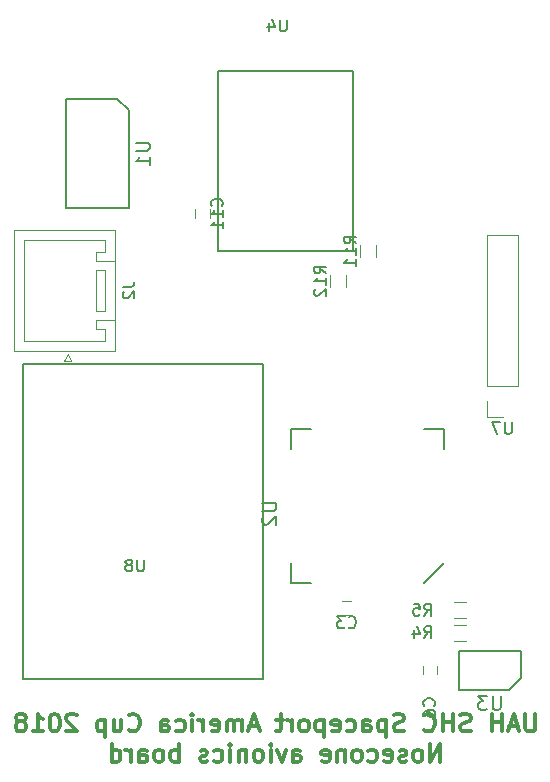
<source format=gbr>
G04 #@! TF.FileFunction,Legend,Bot*
%FSLAX46Y46*%
G04 Gerber Fmt 4.6, Leading zero omitted, Abs format (unit mm)*
G04 Created by KiCad (PCBNEW 4.0.6) date Wed Dec 27 22:05:19 2017*
%MOMM*%
%LPD*%
G01*
G04 APERTURE LIST*
%ADD10C,0.128000*%
%ADD11C,0.300000*%
%ADD12C,0.150000*%
%ADD13C,0.120000*%
G04 APERTURE END LIST*
D10*
D11*
X179317284Y-111568571D02*
X179317284Y-112782857D01*
X179245856Y-112925714D01*
X179174427Y-112997143D01*
X179031570Y-113068571D01*
X178745856Y-113068571D01*
X178602998Y-112997143D01*
X178531570Y-112925714D01*
X178460141Y-112782857D01*
X178460141Y-111568571D01*
X177817284Y-112640000D02*
X177102998Y-112640000D01*
X177960141Y-113068571D02*
X177460141Y-111568571D01*
X176960141Y-113068571D01*
X176460141Y-113068571D02*
X176460141Y-111568571D01*
X176460141Y-112282857D02*
X175602998Y-112282857D01*
X175602998Y-113068571D02*
X175602998Y-111568571D01*
X173817284Y-112997143D02*
X173602998Y-113068571D01*
X173245855Y-113068571D01*
X173102998Y-112997143D01*
X173031569Y-112925714D01*
X172960141Y-112782857D01*
X172960141Y-112640000D01*
X173031569Y-112497143D01*
X173102998Y-112425714D01*
X173245855Y-112354286D01*
X173531569Y-112282857D01*
X173674427Y-112211429D01*
X173745855Y-112140000D01*
X173817284Y-111997143D01*
X173817284Y-111854286D01*
X173745855Y-111711429D01*
X173674427Y-111640000D01*
X173531569Y-111568571D01*
X173174427Y-111568571D01*
X172960141Y-111640000D01*
X172317284Y-113068571D02*
X172317284Y-111568571D01*
X172317284Y-112282857D02*
X171460141Y-112282857D01*
X171460141Y-113068571D02*
X171460141Y-111568571D01*
X169888712Y-112925714D02*
X169960141Y-112997143D01*
X170174427Y-113068571D01*
X170317284Y-113068571D01*
X170531569Y-112997143D01*
X170674427Y-112854286D01*
X170745855Y-112711429D01*
X170817284Y-112425714D01*
X170817284Y-112211429D01*
X170745855Y-111925714D01*
X170674427Y-111782857D01*
X170531569Y-111640000D01*
X170317284Y-111568571D01*
X170174427Y-111568571D01*
X169960141Y-111640000D01*
X169888712Y-111711429D01*
X168174427Y-112997143D02*
X167960141Y-113068571D01*
X167602998Y-113068571D01*
X167460141Y-112997143D01*
X167388712Y-112925714D01*
X167317284Y-112782857D01*
X167317284Y-112640000D01*
X167388712Y-112497143D01*
X167460141Y-112425714D01*
X167602998Y-112354286D01*
X167888712Y-112282857D01*
X168031570Y-112211429D01*
X168102998Y-112140000D01*
X168174427Y-111997143D01*
X168174427Y-111854286D01*
X168102998Y-111711429D01*
X168031570Y-111640000D01*
X167888712Y-111568571D01*
X167531570Y-111568571D01*
X167317284Y-111640000D01*
X166674427Y-112068571D02*
X166674427Y-113568571D01*
X166674427Y-112140000D02*
X166531570Y-112068571D01*
X166245856Y-112068571D01*
X166102999Y-112140000D01*
X166031570Y-112211429D01*
X165960141Y-112354286D01*
X165960141Y-112782857D01*
X166031570Y-112925714D01*
X166102999Y-112997143D01*
X166245856Y-113068571D01*
X166531570Y-113068571D01*
X166674427Y-112997143D01*
X164674427Y-113068571D02*
X164674427Y-112282857D01*
X164745856Y-112140000D01*
X164888713Y-112068571D01*
X165174427Y-112068571D01*
X165317284Y-112140000D01*
X164674427Y-112997143D02*
X164817284Y-113068571D01*
X165174427Y-113068571D01*
X165317284Y-112997143D01*
X165388713Y-112854286D01*
X165388713Y-112711429D01*
X165317284Y-112568571D01*
X165174427Y-112497143D01*
X164817284Y-112497143D01*
X164674427Y-112425714D01*
X163317284Y-112997143D02*
X163460141Y-113068571D01*
X163745855Y-113068571D01*
X163888713Y-112997143D01*
X163960141Y-112925714D01*
X164031570Y-112782857D01*
X164031570Y-112354286D01*
X163960141Y-112211429D01*
X163888713Y-112140000D01*
X163745855Y-112068571D01*
X163460141Y-112068571D01*
X163317284Y-112140000D01*
X162102999Y-112997143D02*
X162245856Y-113068571D01*
X162531570Y-113068571D01*
X162674427Y-112997143D01*
X162745856Y-112854286D01*
X162745856Y-112282857D01*
X162674427Y-112140000D01*
X162531570Y-112068571D01*
X162245856Y-112068571D01*
X162102999Y-112140000D01*
X162031570Y-112282857D01*
X162031570Y-112425714D01*
X162745856Y-112568571D01*
X161388713Y-112068571D02*
X161388713Y-113568571D01*
X161388713Y-112140000D02*
X161245856Y-112068571D01*
X160960142Y-112068571D01*
X160817285Y-112140000D01*
X160745856Y-112211429D01*
X160674427Y-112354286D01*
X160674427Y-112782857D01*
X160745856Y-112925714D01*
X160817285Y-112997143D01*
X160960142Y-113068571D01*
X161245856Y-113068571D01*
X161388713Y-112997143D01*
X159817284Y-113068571D02*
X159960142Y-112997143D01*
X160031570Y-112925714D01*
X160102999Y-112782857D01*
X160102999Y-112354286D01*
X160031570Y-112211429D01*
X159960142Y-112140000D01*
X159817284Y-112068571D01*
X159602999Y-112068571D01*
X159460142Y-112140000D01*
X159388713Y-112211429D01*
X159317284Y-112354286D01*
X159317284Y-112782857D01*
X159388713Y-112925714D01*
X159460142Y-112997143D01*
X159602999Y-113068571D01*
X159817284Y-113068571D01*
X158674427Y-113068571D02*
X158674427Y-112068571D01*
X158674427Y-112354286D02*
X158602999Y-112211429D01*
X158531570Y-112140000D01*
X158388713Y-112068571D01*
X158245856Y-112068571D01*
X157960142Y-112068571D02*
X157388713Y-112068571D01*
X157745856Y-111568571D02*
X157745856Y-112854286D01*
X157674428Y-112997143D01*
X157531570Y-113068571D01*
X157388713Y-113068571D01*
X155817285Y-112640000D02*
X155102999Y-112640000D01*
X155960142Y-113068571D02*
X155460142Y-111568571D01*
X154960142Y-113068571D01*
X154460142Y-113068571D02*
X154460142Y-112068571D01*
X154460142Y-112211429D02*
X154388714Y-112140000D01*
X154245856Y-112068571D01*
X154031571Y-112068571D01*
X153888714Y-112140000D01*
X153817285Y-112282857D01*
X153817285Y-113068571D01*
X153817285Y-112282857D02*
X153745856Y-112140000D01*
X153602999Y-112068571D01*
X153388714Y-112068571D01*
X153245856Y-112140000D01*
X153174428Y-112282857D01*
X153174428Y-113068571D01*
X151888714Y-112997143D02*
X152031571Y-113068571D01*
X152317285Y-113068571D01*
X152460142Y-112997143D01*
X152531571Y-112854286D01*
X152531571Y-112282857D01*
X152460142Y-112140000D01*
X152317285Y-112068571D01*
X152031571Y-112068571D01*
X151888714Y-112140000D01*
X151817285Y-112282857D01*
X151817285Y-112425714D01*
X152531571Y-112568571D01*
X151174428Y-113068571D02*
X151174428Y-112068571D01*
X151174428Y-112354286D02*
X151103000Y-112211429D01*
X151031571Y-112140000D01*
X150888714Y-112068571D01*
X150745857Y-112068571D01*
X150245857Y-113068571D02*
X150245857Y-112068571D01*
X150245857Y-111568571D02*
X150317286Y-111640000D01*
X150245857Y-111711429D01*
X150174429Y-111640000D01*
X150245857Y-111568571D01*
X150245857Y-111711429D01*
X148888714Y-112997143D02*
X149031571Y-113068571D01*
X149317285Y-113068571D01*
X149460143Y-112997143D01*
X149531571Y-112925714D01*
X149603000Y-112782857D01*
X149603000Y-112354286D01*
X149531571Y-112211429D01*
X149460143Y-112140000D01*
X149317285Y-112068571D01*
X149031571Y-112068571D01*
X148888714Y-112140000D01*
X147603000Y-113068571D02*
X147603000Y-112282857D01*
X147674429Y-112140000D01*
X147817286Y-112068571D01*
X148103000Y-112068571D01*
X148245857Y-112140000D01*
X147603000Y-112997143D02*
X147745857Y-113068571D01*
X148103000Y-113068571D01*
X148245857Y-112997143D01*
X148317286Y-112854286D01*
X148317286Y-112711429D01*
X148245857Y-112568571D01*
X148103000Y-112497143D01*
X147745857Y-112497143D01*
X147603000Y-112425714D01*
X144888714Y-112925714D02*
X144960143Y-112997143D01*
X145174429Y-113068571D01*
X145317286Y-113068571D01*
X145531571Y-112997143D01*
X145674429Y-112854286D01*
X145745857Y-112711429D01*
X145817286Y-112425714D01*
X145817286Y-112211429D01*
X145745857Y-111925714D01*
X145674429Y-111782857D01*
X145531571Y-111640000D01*
X145317286Y-111568571D01*
X145174429Y-111568571D01*
X144960143Y-111640000D01*
X144888714Y-111711429D01*
X143603000Y-112068571D02*
X143603000Y-113068571D01*
X144245857Y-112068571D02*
X144245857Y-112854286D01*
X144174429Y-112997143D01*
X144031571Y-113068571D01*
X143817286Y-113068571D01*
X143674429Y-112997143D01*
X143603000Y-112925714D01*
X142888714Y-112068571D02*
X142888714Y-113568571D01*
X142888714Y-112140000D02*
X142745857Y-112068571D01*
X142460143Y-112068571D01*
X142317286Y-112140000D01*
X142245857Y-112211429D01*
X142174428Y-112354286D01*
X142174428Y-112782857D01*
X142245857Y-112925714D01*
X142317286Y-112997143D01*
X142460143Y-113068571D01*
X142745857Y-113068571D01*
X142888714Y-112997143D01*
X140460143Y-111711429D02*
X140388714Y-111640000D01*
X140245857Y-111568571D01*
X139888714Y-111568571D01*
X139745857Y-111640000D01*
X139674428Y-111711429D01*
X139603000Y-111854286D01*
X139603000Y-111997143D01*
X139674428Y-112211429D01*
X140531571Y-113068571D01*
X139603000Y-113068571D01*
X138674429Y-111568571D02*
X138531572Y-111568571D01*
X138388715Y-111640000D01*
X138317286Y-111711429D01*
X138245857Y-111854286D01*
X138174429Y-112140000D01*
X138174429Y-112497143D01*
X138245857Y-112782857D01*
X138317286Y-112925714D01*
X138388715Y-112997143D01*
X138531572Y-113068571D01*
X138674429Y-113068571D01*
X138817286Y-112997143D01*
X138888715Y-112925714D01*
X138960143Y-112782857D01*
X139031572Y-112497143D01*
X139031572Y-112140000D01*
X138960143Y-111854286D01*
X138888715Y-111711429D01*
X138817286Y-111640000D01*
X138674429Y-111568571D01*
X136745858Y-113068571D02*
X137603001Y-113068571D01*
X137174429Y-113068571D02*
X137174429Y-111568571D01*
X137317286Y-111782857D01*
X137460144Y-111925714D01*
X137603001Y-111997143D01*
X135888715Y-112211429D02*
X136031573Y-112140000D01*
X136103001Y-112068571D01*
X136174430Y-111925714D01*
X136174430Y-111854286D01*
X136103001Y-111711429D01*
X136031573Y-111640000D01*
X135888715Y-111568571D01*
X135603001Y-111568571D01*
X135460144Y-111640000D01*
X135388715Y-111711429D01*
X135317287Y-111854286D01*
X135317287Y-111925714D01*
X135388715Y-112068571D01*
X135460144Y-112140000D01*
X135603001Y-112211429D01*
X135888715Y-112211429D01*
X136031573Y-112282857D01*
X136103001Y-112354286D01*
X136174430Y-112497143D01*
X136174430Y-112782857D01*
X136103001Y-112925714D01*
X136031573Y-112997143D01*
X135888715Y-113068571D01*
X135603001Y-113068571D01*
X135460144Y-112997143D01*
X135388715Y-112925714D01*
X135317287Y-112782857D01*
X135317287Y-112497143D01*
X135388715Y-112354286D01*
X135460144Y-112282857D01*
X135603001Y-112211429D01*
X171245857Y-115618571D02*
X171245857Y-114118571D01*
X170388714Y-115618571D01*
X170388714Y-114118571D01*
X169460142Y-115618571D02*
X169603000Y-115547143D01*
X169674428Y-115475714D01*
X169745857Y-115332857D01*
X169745857Y-114904286D01*
X169674428Y-114761429D01*
X169603000Y-114690000D01*
X169460142Y-114618571D01*
X169245857Y-114618571D01*
X169103000Y-114690000D01*
X169031571Y-114761429D01*
X168960142Y-114904286D01*
X168960142Y-115332857D01*
X169031571Y-115475714D01*
X169103000Y-115547143D01*
X169245857Y-115618571D01*
X169460142Y-115618571D01*
X168388714Y-115547143D02*
X168245857Y-115618571D01*
X167960142Y-115618571D01*
X167817285Y-115547143D01*
X167745857Y-115404286D01*
X167745857Y-115332857D01*
X167817285Y-115190000D01*
X167960142Y-115118571D01*
X168174428Y-115118571D01*
X168317285Y-115047143D01*
X168388714Y-114904286D01*
X168388714Y-114832857D01*
X168317285Y-114690000D01*
X168174428Y-114618571D01*
X167960142Y-114618571D01*
X167817285Y-114690000D01*
X166531571Y-115547143D02*
X166674428Y-115618571D01*
X166960142Y-115618571D01*
X167102999Y-115547143D01*
X167174428Y-115404286D01*
X167174428Y-114832857D01*
X167102999Y-114690000D01*
X166960142Y-114618571D01*
X166674428Y-114618571D01*
X166531571Y-114690000D01*
X166460142Y-114832857D01*
X166460142Y-114975714D01*
X167174428Y-115118571D01*
X165174428Y-115547143D02*
X165317285Y-115618571D01*
X165602999Y-115618571D01*
X165745857Y-115547143D01*
X165817285Y-115475714D01*
X165888714Y-115332857D01*
X165888714Y-114904286D01*
X165817285Y-114761429D01*
X165745857Y-114690000D01*
X165602999Y-114618571D01*
X165317285Y-114618571D01*
X165174428Y-114690000D01*
X164317285Y-115618571D02*
X164460143Y-115547143D01*
X164531571Y-115475714D01*
X164603000Y-115332857D01*
X164603000Y-114904286D01*
X164531571Y-114761429D01*
X164460143Y-114690000D01*
X164317285Y-114618571D01*
X164103000Y-114618571D01*
X163960143Y-114690000D01*
X163888714Y-114761429D01*
X163817285Y-114904286D01*
X163817285Y-115332857D01*
X163888714Y-115475714D01*
X163960143Y-115547143D01*
X164103000Y-115618571D01*
X164317285Y-115618571D01*
X163174428Y-114618571D02*
X163174428Y-115618571D01*
X163174428Y-114761429D02*
X163103000Y-114690000D01*
X162960142Y-114618571D01*
X162745857Y-114618571D01*
X162603000Y-114690000D01*
X162531571Y-114832857D01*
X162531571Y-115618571D01*
X161245857Y-115547143D02*
X161388714Y-115618571D01*
X161674428Y-115618571D01*
X161817285Y-115547143D01*
X161888714Y-115404286D01*
X161888714Y-114832857D01*
X161817285Y-114690000D01*
X161674428Y-114618571D01*
X161388714Y-114618571D01*
X161245857Y-114690000D01*
X161174428Y-114832857D01*
X161174428Y-114975714D01*
X161888714Y-115118571D01*
X158745857Y-115618571D02*
X158745857Y-114832857D01*
X158817286Y-114690000D01*
X158960143Y-114618571D01*
X159245857Y-114618571D01*
X159388714Y-114690000D01*
X158745857Y-115547143D02*
X158888714Y-115618571D01*
X159245857Y-115618571D01*
X159388714Y-115547143D01*
X159460143Y-115404286D01*
X159460143Y-115261429D01*
X159388714Y-115118571D01*
X159245857Y-115047143D01*
X158888714Y-115047143D01*
X158745857Y-114975714D01*
X158174428Y-114618571D02*
X157817285Y-115618571D01*
X157460143Y-114618571D01*
X156888714Y-115618571D02*
X156888714Y-114618571D01*
X156888714Y-114118571D02*
X156960143Y-114190000D01*
X156888714Y-114261429D01*
X156817286Y-114190000D01*
X156888714Y-114118571D01*
X156888714Y-114261429D01*
X155960142Y-115618571D02*
X156103000Y-115547143D01*
X156174428Y-115475714D01*
X156245857Y-115332857D01*
X156245857Y-114904286D01*
X156174428Y-114761429D01*
X156103000Y-114690000D01*
X155960142Y-114618571D01*
X155745857Y-114618571D01*
X155603000Y-114690000D01*
X155531571Y-114761429D01*
X155460142Y-114904286D01*
X155460142Y-115332857D01*
X155531571Y-115475714D01*
X155603000Y-115547143D01*
X155745857Y-115618571D01*
X155960142Y-115618571D01*
X154817285Y-114618571D02*
X154817285Y-115618571D01*
X154817285Y-114761429D02*
X154745857Y-114690000D01*
X154602999Y-114618571D01*
X154388714Y-114618571D01*
X154245857Y-114690000D01*
X154174428Y-114832857D01*
X154174428Y-115618571D01*
X153460142Y-115618571D02*
X153460142Y-114618571D01*
X153460142Y-114118571D02*
X153531571Y-114190000D01*
X153460142Y-114261429D01*
X153388714Y-114190000D01*
X153460142Y-114118571D01*
X153460142Y-114261429D01*
X152102999Y-115547143D02*
X152245856Y-115618571D01*
X152531570Y-115618571D01*
X152674428Y-115547143D01*
X152745856Y-115475714D01*
X152817285Y-115332857D01*
X152817285Y-114904286D01*
X152745856Y-114761429D01*
X152674428Y-114690000D01*
X152531570Y-114618571D01*
X152245856Y-114618571D01*
X152102999Y-114690000D01*
X151531571Y-115547143D02*
X151388714Y-115618571D01*
X151102999Y-115618571D01*
X150960142Y-115547143D01*
X150888714Y-115404286D01*
X150888714Y-115332857D01*
X150960142Y-115190000D01*
X151102999Y-115118571D01*
X151317285Y-115118571D01*
X151460142Y-115047143D01*
X151531571Y-114904286D01*
X151531571Y-114832857D01*
X151460142Y-114690000D01*
X151317285Y-114618571D01*
X151102999Y-114618571D01*
X150960142Y-114690000D01*
X149102999Y-115618571D02*
X149102999Y-114118571D01*
X149102999Y-114690000D02*
X148960142Y-114618571D01*
X148674428Y-114618571D01*
X148531571Y-114690000D01*
X148460142Y-114761429D01*
X148388713Y-114904286D01*
X148388713Y-115332857D01*
X148460142Y-115475714D01*
X148531571Y-115547143D01*
X148674428Y-115618571D01*
X148960142Y-115618571D01*
X149102999Y-115547143D01*
X147531570Y-115618571D02*
X147674428Y-115547143D01*
X147745856Y-115475714D01*
X147817285Y-115332857D01*
X147817285Y-114904286D01*
X147745856Y-114761429D01*
X147674428Y-114690000D01*
X147531570Y-114618571D01*
X147317285Y-114618571D01*
X147174428Y-114690000D01*
X147102999Y-114761429D01*
X147031570Y-114904286D01*
X147031570Y-115332857D01*
X147102999Y-115475714D01*
X147174428Y-115547143D01*
X147317285Y-115618571D01*
X147531570Y-115618571D01*
X145745856Y-115618571D02*
X145745856Y-114832857D01*
X145817285Y-114690000D01*
X145960142Y-114618571D01*
X146245856Y-114618571D01*
X146388713Y-114690000D01*
X145745856Y-115547143D02*
X145888713Y-115618571D01*
X146245856Y-115618571D01*
X146388713Y-115547143D01*
X146460142Y-115404286D01*
X146460142Y-115261429D01*
X146388713Y-115118571D01*
X146245856Y-115047143D01*
X145888713Y-115047143D01*
X145745856Y-114975714D01*
X145031570Y-115618571D02*
X145031570Y-114618571D01*
X145031570Y-114904286D02*
X144960142Y-114761429D01*
X144888713Y-114690000D01*
X144745856Y-114618571D01*
X144602999Y-114618571D01*
X143460142Y-115618571D02*
X143460142Y-114118571D01*
X143460142Y-115547143D02*
X143602999Y-115618571D01*
X143888713Y-115618571D01*
X144031571Y-115547143D01*
X144102999Y-115475714D01*
X144174428Y-115332857D01*
X144174428Y-114904286D01*
X144102999Y-114761429D01*
X144031571Y-114690000D01*
X143888713Y-114618571D01*
X143602999Y-114618571D01*
X143460142Y-114690000D01*
D12*
X143920000Y-59485000D02*
X144920000Y-60485000D01*
X144920000Y-60485000D02*
X144920000Y-68785000D01*
X144920000Y-68785000D02*
X139560000Y-68785000D01*
X139560000Y-68785000D02*
X139560000Y-59485000D01*
X139560000Y-59485000D02*
X143920000Y-59485000D01*
X169900000Y-100480000D02*
X171600000Y-98780000D01*
X171600000Y-89180000D02*
X171600000Y-87480000D01*
X171600000Y-87480000D02*
X169900000Y-87480000D01*
X158600000Y-98780000D02*
X158600000Y-100480000D01*
X158600000Y-100480000D02*
X160300000Y-100480000D01*
X158600000Y-89180000D02*
X158600000Y-87480000D01*
X158600000Y-87480000D02*
X160300000Y-87480000D01*
X178075500Y-108521500D02*
X177075500Y-109521500D01*
X177075500Y-109521500D02*
X172825500Y-109521500D01*
X172825500Y-109521500D02*
X172825500Y-106251500D01*
X172825500Y-106251500D02*
X178075500Y-106251500D01*
X178075500Y-106251500D02*
X178075500Y-108521500D01*
X152400000Y-57150000D02*
X163830000Y-57150000D01*
X163830000Y-57150000D02*
X163830000Y-72390000D01*
X163830000Y-72390000D02*
X152400000Y-72390000D01*
X152400000Y-72390000D02*
X152400000Y-57150000D01*
D13*
X175200000Y-71060000D02*
X177860000Y-71060000D01*
X175200000Y-83820000D02*
X175200000Y-71060000D01*
X177860000Y-83820000D02*
X177860000Y-71060000D01*
X175200000Y-83820000D02*
X177860000Y-83820000D01*
X175200000Y-85090000D02*
X175200000Y-86420000D01*
X175200000Y-86420000D02*
X176530000Y-86420000D01*
X162972000Y-103216000D02*
X163672000Y-103216000D01*
X163672000Y-102016000D02*
X162972000Y-102016000D01*
X170970500Y-108236500D02*
X170970500Y-107536500D01*
X169770500Y-107536500D02*
X169770500Y-108236500D01*
X173410500Y-104031500D02*
X172410500Y-104031500D01*
X172410500Y-105391500D02*
X173410500Y-105391500D01*
X172410500Y-103486500D02*
X173410500Y-103486500D01*
X173410500Y-102126500D02*
X172410500Y-102126500D01*
D12*
X135890000Y-108585000D02*
X156210000Y-108585000D01*
X156210000Y-108585000D02*
X156210000Y-81915000D01*
X156210000Y-81915000D02*
X135890000Y-81915000D01*
X135890000Y-81915000D02*
X135890000Y-108585000D01*
D13*
X142850000Y-77490000D02*
X142100000Y-77490000D01*
X142100000Y-77490000D02*
X142100000Y-73990000D01*
X142100000Y-73990000D02*
X142850000Y-73990000D01*
X142850000Y-73990000D02*
X142850000Y-77490000D01*
X143750000Y-78240000D02*
X142100000Y-78240000D01*
X142100000Y-78240000D02*
X142100000Y-78990000D01*
X142100000Y-78990000D02*
X142850000Y-78990000D01*
X142850000Y-78990000D02*
X142850000Y-79990000D01*
X142850000Y-79990000D02*
X136050000Y-79990000D01*
X136050000Y-79990000D02*
X136050000Y-75740000D01*
X143750000Y-73240000D02*
X142100000Y-73240000D01*
X142100000Y-73240000D02*
X142100000Y-72490000D01*
X142100000Y-72490000D02*
X142850000Y-72490000D01*
X142850000Y-72490000D02*
X142850000Y-71490000D01*
X142850000Y-71490000D02*
X136050000Y-71490000D01*
X136050000Y-71490000D02*
X136050000Y-75740000D01*
X143750000Y-80890000D02*
X135150000Y-80890000D01*
X135150000Y-80890000D02*
X135150000Y-70590000D01*
X135150000Y-70590000D02*
X143750000Y-70590000D01*
X143750000Y-70590000D02*
X143750000Y-80890000D01*
X139700000Y-81090000D02*
X139400000Y-81690000D01*
X139400000Y-81690000D02*
X140000000Y-81690000D01*
X140000000Y-81690000D02*
X139700000Y-81090000D01*
X165780000Y-72890000D02*
X165780000Y-71890000D01*
X164420000Y-71890000D02*
X164420000Y-72890000D01*
X163240000Y-75430000D02*
X163240000Y-74430000D01*
X161880000Y-74430000D02*
X161880000Y-75430000D01*
X151730000Y-69565000D02*
X151730000Y-68865000D01*
X150530000Y-68865000D02*
X150530000Y-69565000D01*
D12*
X145462857Y-63220714D02*
X146434286Y-63220714D01*
X146548571Y-63277857D01*
X146605714Y-63335000D01*
X146662857Y-63449286D01*
X146662857Y-63677857D01*
X146605714Y-63792143D01*
X146548571Y-63849286D01*
X146434286Y-63906429D01*
X145462857Y-63906429D01*
X146662857Y-65106429D02*
X146662857Y-64420714D01*
X146662857Y-64763572D02*
X145462857Y-64763572D01*
X145634286Y-64649286D01*
X145748571Y-64535000D01*
X145805714Y-64420714D01*
X156187857Y-93700714D02*
X157159286Y-93700714D01*
X157273571Y-93757857D01*
X157330714Y-93815000D01*
X157387857Y-93929286D01*
X157387857Y-94157857D01*
X157330714Y-94272143D01*
X157273571Y-94329286D01*
X157159286Y-94386429D01*
X156187857Y-94386429D01*
X156302143Y-94900714D02*
X156245000Y-94957857D01*
X156187857Y-95072143D01*
X156187857Y-95357857D01*
X156245000Y-95472143D01*
X156302143Y-95529286D01*
X156416429Y-95586429D01*
X156530714Y-95586429D01*
X156702143Y-95529286D01*
X157387857Y-94843572D01*
X157387857Y-95586429D01*
X176364786Y-110064357D02*
X176364786Y-111035786D01*
X176307643Y-111150071D01*
X176250500Y-111207214D01*
X176136214Y-111264357D01*
X175907643Y-111264357D01*
X175793357Y-111207214D01*
X175736214Y-111150071D01*
X175679071Y-111035786D01*
X175679071Y-110064357D01*
X175221928Y-110064357D02*
X174479071Y-110064357D01*
X174879071Y-110521500D01*
X174707643Y-110521500D01*
X174593357Y-110578643D01*
X174536214Y-110635786D01*
X174479071Y-110750071D01*
X174479071Y-111035786D01*
X174536214Y-111150071D01*
X174593357Y-111207214D01*
X174707643Y-111264357D01*
X175050500Y-111264357D01*
X175164786Y-111207214D01*
X175221928Y-111150071D01*
X158241905Y-52792381D02*
X158241905Y-53601905D01*
X158194286Y-53697143D01*
X158146667Y-53744762D01*
X158051429Y-53792381D01*
X157860952Y-53792381D01*
X157765714Y-53744762D01*
X157718095Y-53697143D01*
X157670476Y-53601905D01*
X157670476Y-52792381D01*
X156765714Y-53125714D02*
X156765714Y-53792381D01*
X157003810Y-52744762D02*
X157241905Y-53459048D01*
X156622857Y-53459048D01*
X177291905Y-86872381D02*
X177291905Y-87681905D01*
X177244286Y-87777143D01*
X177196667Y-87824762D01*
X177101429Y-87872381D01*
X176910952Y-87872381D01*
X176815714Y-87824762D01*
X176768095Y-87777143D01*
X176720476Y-87681905D01*
X176720476Y-86872381D01*
X176339524Y-86872381D02*
X175672857Y-86872381D01*
X176101429Y-87872381D01*
X163488666Y-104223143D02*
X163536285Y-104270762D01*
X163679142Y-104318381D01*
X163774380Y-104318381D01*
X163917238Y-104270762D01*
X164012476Y-104175524D01*
X164060095Y-104080286D01*
X164107714Y-103889810D01*
X164107714Y-103746952D01*
X164060095Y-103556476D01*
X164012476Y-103461238D01*
X163917238Y-103366000D01*
X163774380Y-103318381D01*
X163679142Y-103318381D01*
X163536285Y-103366000D01*
X163488666Y-103413619D01*
X163155333Y-103318381D02*
X162536285Y-103318381D01*
X162869619Y-103699333D01*
X162726761Y-103699333D01*
X162631523Y-103746952D01*
X162583904Y-103794571D01*
X162536285Y-103889810D01*
X162536285Y-104127905D01*
X162583904Y-104223143D01*
X162631523Y-104270762D01*
X162726761Y-104318381D01*
X163012476Y-104318381D01*
X163107714Y-104270762D01*
X163155333Y-104223143D01*
X170727643Y-110894834D02*
X170775262Y-110847215D01*
X170822881Y-110704358D01*
X170822881Y-110609120D01*
X170775262Y-110466262D01*
X170680024Y-110371024D01*
X170584786Y-110323405D01*
X170394310Y-110275786D01*
X170251452Y-110275786D01*
X170060976Y-110323405D01*
X169965738Y-110371024D01*
X169870500Y-110466262D01*
X169822881Y-110609120D01*
X169822881Y-110704358D01*
X169870500Y-110847215D01*
X169918119Y-110894834D01*
X169822881Y-111751977D02*
X169822881Y-111561500D01*
X169870500Y-111466262D01*
X169918119Y-111418643D01*
X170060976Y-111323405D01*
X170251452Y-111275786D01*
X170632405Y-111275786D01*
X170727643Y-111323405D01*
X170775262Y-111371024D01*
X170822881Y-111466262D01*
X170822881Y-111656739D01*
X170775262Y-111751977D01*
X170727643Y-111799596D01*
X170632405Y-111847215D01*
X170394310Y-111847215D01*
X170299071Y-111799596D01*
X170251452Y-111751977D01*
X170203833Y-111656739D01*
X170203833Y-111466262D01*
X170251452Y-111371024D01*
X170299071Y-111323405D01*
X170394310Y-111275786D01*
X169902166Y-105163881D02*
X170235500Y-104687690D01*
X170473595Y-105163881D02*
X170473595Y-104163881D01*
X170092642Y-104163881D01*
X169997404Y-104211500D01*
X169949785Y-104259119D01*
X169902166Y-104354357D01*
X169902166Y-104497214D01*
X169949785Y-104592452D01*
X169997404Y-104640071D01*
X170092642Y-104687690D01*
X170473595Y-104687690D01*
X169045023Y-104497214D02*
X169045023Y-105163881D01*
X169283119Y-104116262D02*
X169521214Y-104830548D01*
X168902166Y-104830548D01*
X169902166Y-103258881D02*
X170235500Y-102782690D01*
X170473595Y-103258881D02*
X170473595Y-102258881D01*
X170092642Y-102258881D01*
X169997404Y-102306500D01*
X169949785Y-102354119D01*
X169902166Y-102449357D01*
X169902166Y-102592214D01*
X169949785Y-102687452D01*
X169997404Y-102735071D01*
X170092642Y-102782690D01*
X170473595Y-102782690D01*
X168997404Y-102258881D02*
X169473595Y-102258881D01*
X169521214Y-102735071D01*
X169473595Y-102687452D01*
X169378357Y-102639833D01*
X169140261Y-102639833D01*
X169045023Y-102687452D01*
X168997404Y-102735071D01*
X168949785Y-102830310D01*
X168949785Y-103068405D01*
X168997404Y-103163643D01*
X169045023Y-103211262D01*
X169140261Y-103258881D01*
X169378357Y-103258881D01*
X169473595Y-103211262D01*
X169521214Y-103163643D01*
X146176905Y-98512381D02*
X146176905Y-99321905D01*
X146129286Y-99417143D01*
X146081667Y-99464762D01*
X145986429Y-99512381D01*
X145795952Y-99512381D01*
X145700714Y-99464762D01*
X145653095Y-99417143D01*
X145605476Y-99321905D01*
X145605476Y-98512381D01*
X144986429Y-98940952D02*
X145081667Y-98893333D01*
X145129286Y-98845714D01*
X145176905Y-98750476D01*
X145176905Y-98702857D01*
X145129286Y-98607619D01*
X145081667Y-98560000D01*
X144986429Y-98512381D01*
X144795952Y-98512381D01*
X144700714Y-98560000D01*
X144653095Y-98607619D01*
X144605476Y-98702857D01*
X144605476Y-98750476D01*
X144653095Y-98845714D01*
X144700714Y-98893333D01*
X144795952Y-98940952D01*
X144986429Y-98940952D01*
X145081667Y-98988571D01*
X145129286Y-99036190D01*
X145176905Y-99131429D01*
X145176905Y-99321905D01*
X145129286Y-99417143D01*
X145081667Y-99464762D01*
X144986429Y-99512381D01*
X144795952Y-99512381D01*
X144700714Y-99464762D01*
X144653095Y-99417143D01*
X144605476Y-99321905D01*
X144605476Y-99131429D01*
X144653095Y-99036190D01*
X144700714Y-98988571D01*
X144795952Y-98940952D01*
X144352381Y-75406667D02*
X145066667Y-75406667D01*
X145209524Y-75359047D01*
X145304762Y-75263809D01*
X145352381Y-75120952D01*
X145352381Y-75025714D01*
X144447619Y-75835238D02*
X144400000Y-75882857D01*
X144352381Y-75978095D01*
X144352381Y-76216191D01*
X144400000Y-76311429D01*
X144447619Y-76359048D01*
X144542857Y-76406667D01*
X144638095Y-76406667D01*
X144780952Y-76359048D01*
X145352381Y-75787619D01*
X145352381Y-76406667D01*
X164102381Y-71747143D02*
X163626190Y-71413809D01*
X164102381Y-71175714D02*
X163102381Y-71175714D01*
X163102381Y-71556667D01*
X163150000Y-71651905D01*
X163197619Y-71699524D01*
X163292857Y-71747143D01*
X163435714Y-71747143D01*
X163530952Y-71699524D01*
X163578571Y-71651905D01*
X163626190Y-71556667D01*
X163626190Y-71175714D01*
X164102381Y-72699524D02*
X164102381Y-72128095D01*
X164102381Y-72413809D02*
X163102381Y-72413809D01*
X163245238Y-72318571D01*
X163340476Y-72223333D01*
X163388095Y-72128095D01*
X164102381Y-73651905D02*
X164102381Y-73080476D01*
X164102381Y-73366190D02*
X163102381Y-73366190D01*
X163245238Y-73270952D01*
X163340476Y-73175714D01*
X163388095Y-73080476D01*
X161562381Y-74287143D02*
X161086190Y-73953809D01*
X161562381Y-73715714D02*
X160562381Y-73715714D01*
X160562381Y-74096667D01*
X160610000Y-74191905D01*
X160657619Y-74239524D01*
X160752857Y-74287143D01*
X160895714Y-74287143D01*
X160990952Y-74239524D01*
X161038571Y-74191905D01*
X161086190Y-74096667D01*
X161086190Y-73715714D01*
X161562381Y-75239524D02*
X161562381Y-74668095D01*
X161562381Y-74953809D02*
X160562381Y-74953809D01*
X160705238Y-74858571D01*
X160800476Y-74763333D01*
X160848095Y-74668095D01*
X160657619Y-75620476D02*
X160610000Y-75668095D01*
X160562381Y-75763333D01*
X160562381Y-76001429D01*
X160610000Y-76096667D01*
X160657619Y-76144286D01*
X160752857Y-76191905D01*
X160848095Y-76191905D01*
X160990952Y-76144286D01*
X161562381Y-75572857D01*
X161562381Y-76191905D01*
X152737143Y-68572143D02*
X152784762Y-68524524D01*
X152832381Y-68381667D01*
X152832381Y-68286429D01*
X152784762Y-68143571D01*
X152689524Y-68048333D01*
X152594286Y-68000714D01*
X152403810Y-67953095D01*
X152260952Y-67953095D01*
X152070476Y-68000714D01*
X151975238Y-68048333D01*
X151880000Y-68143571D01*
X151832381Y-68286429D01*
X151832381Y-68381667D01*
X151880000Y-68524524D01*
X151927619Y-68572143D01*
X152832381Y-69524524D02*
X152832381Y-68953095D01*
X152832381Y-69238809D02*
X151832381Y-69238809D01*
X151975238Y-69143571D01*
X152070476Y-69048333D01*
X152118095Y-68953095D01*
X152832381Y-70476905D02*
X152832381Y-69905476D01*
X152832381Y-70191190D02*
X151832381Y-70191190D01*
X151975238Y-70095952D01*
X152070476Y-70000714D01*
X152118095Y-69905476D01*
M02*

</source>
